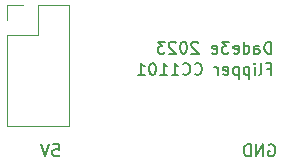
<source format=gbr>
%TF.GenerationSoftware,KiCad,Pcbnew,7.0.2-1.fc38*%
%TF.CreationDate,2023-05-30T17:24:50+02:00*%
%TF.ProjectId,cc1101_pcb,63633131-3031-45f7-9063-622e6b696361,rev?*%
%TF.SameCoordinates,Original*%
%TF.FileFunction,Legend,Bot*%
%TF.FilePolarity,Positive*%
%FSLAX46Y46*%
G04 Gerber Fmt 4.6, Leading zero omitted, Abs format (unit mm)*
G04 Created by KiCad (PCBNEW 7.0.2-1.fc38) date 2023-05-30 17:24:50*
%MOMM*%
%LPD*%
G01*
G04 APERTURE LIST*
%ADD10C,0.150000*%
%ADD11C,0.120000*%
G04 APERTURE END LIST*
D10*
X37685714Y-94677619D02*
X38161904Y-94677619D01*
X38161904Y-94677619D02*
X38209523Y-95153809D01*
X38209523Y-95153809D02*
X38161904Y-95106190D01*
X38161904Y-95106190D02*
X38066666Y-95058571D01*
X38066666Y-95058571D02*
X37828571Y-95058571D01*
X37828571Y-95058571D02*
X37733333Y-95106190D01*
X37733333Y-95106190D02*
X37685714Y-95153809D01*
X37685714Y-95153809D02*
X37638095Y-95249047D01*
X37638095Y-95249047D02*
X37638095Y-95487142D01*
X37638095Y-95487142D02*
X37685714Y-95582380D01*
X37685714Y-95582380D02*
X37733333Y-95630000D01*
X37733333Y-95630000D02*
X37828571Y-95677619D01*
X37828571Y-95677619D02*
X38066666Y-95677619D01*
X38066666Y-95677619D02*
X38161904Y-95630000D01*
X38161904Y-95630000D02*
X38209523Y-95582380D01*
X37352380Y-94677619D02*
X37019047Y-95677619D01*
X37019047Y-95677619D02*
X36685714Y-94677619D01*
X55938095Y-94725238D02*
X56033333Y-94677619D01*
X56033333Y-94677619D02*
X56176190Y-94677619D01*
X56176190Y-94677619D02*
X56319047Y-94725238D01*
X56319047Y-94725238D02*
X56414285Y-94820476D01*
X56414285Y-94820476D02*
X56461904Y-94915714D01*
X56461904Y-94915714D02*
X56509523Y-95106190D01*
X56509523Y-95106190D02*
X56509523Y-95249047D01*
X56509523Y-95249047D02*
X56461904Y-95439523D01*
X56461904Y-95439523D02*
X56414285Y-95534761D01*
X56414285Y-95534761D02*
X56319047Y-95630000D01*
X56319047Y-95630000D02*
X56176190Y-95677619D01*
X56176190Y-95677619D02*
X56080952Y-95677619D01*
X56080952Y-95677619D02*
X55938095Y-95630000D01*
X55938095Y-95630000D02*
X55890476Y-95582380D01*
X55890476Y-95582380D02*
X55890476Y-95249047D01*
X55890476Y-95249047D02*
X56080952Y-95249047D01*
X55461904Y-95677619D02*
X55461904Y-94677619D01*
X55461904Y-94677619D02*
X54890476Y-95677619D01*
X54890476Y-95677619D02*
X54890476Y-94677619D01*
X54414285Y-95677619D02*
X54414285Y-94677619D01*
X54414285Y-94677619D02*
X54176190Y-94677619D01*
X54176190Y-94677619D02*
X54033333Y-94725238D01*
X54033333Y-94725238D02*
X53938095Y-94820476D01*
X53938095Y-94820476D02*
X53890476Y-94915714D01*
X53890476Y-94915714D02*
X53842857Y-95106190D01*
X53842857Y-95106190D02*
X53842857Y-95249047D01*
X53842857Y-95249047D02*
X53890476Y-95439523D01*
X53890476Y-95439523D02*
X53938095Y-95534761D01*
X53938095Y-95534761D02*
X54033333Y-95630000D01*
X54033333Y-95630000D02*
X54176190Y-95677619D01*
X54176190Y-95677619D02*
X54414285Y-95677619D01*
X56161904Y-86977619D02*
X56161904Y-85977619D01*
X56161904Y-85977619D02*
X55923809Y-85977619D01*
X55923809Y-85977619D02*
X55780952Y-86025238D01*
X55780952Y-86025238D02*
X55685714Y-86120476D01*
X55685714Y-86120476D02*
X55638095Y-86215714D01*
X55638095Y-86215714D02*
X55590476Y-86406190D01*
X55590476Y-86406190D02*
X55590476Y-86549047D01*
X55590476Y-86549047D02*
X55638095Y-86739523D01*
X55638095Y-86739523D02*
X55685714Y-86834761D01*
X55685714Y-86834761D02*
X55780952Y-86930000D01*
X55780952Y-86930000D02*
X55923809Y-86977619D01*
X55923809Y-86977619D02*
X56161904Y-86977619D01*
X54733333Y-86977619D02*
X54733333Y-86453809D01*
X54733333Y-86453809D02*
X54780952Y-86358571D01*
X54780952Y-86358571D02*
X54876190Y-86310952D01*
X54876190Y-86310952D02*
X55066666Y-86310952D01*
X55066666Y-86310952D02*
X55161904Y-86358571D01*
X54733333Y-86930000D02*
X54828571Y-86977619D01*
X54828571Y-86977619D02*
X55066666Y-86977619D01*
X55066666Y-86977619D02*
X55161904Y-86930000D01*
X55161904Y-86930000D02*
X55209523Y-86834761D01*
X55209523Y-86834761D02*
X55209523Y-86739523D01*
X55209523Y-86739523D02*
X55161904Y-86644285D01*
X55161904Y-86644285D02*
X55066666Y-86596666D01*
X55066666Y-86596666D02*
X54828571Y-86596666D01*
X54828571Y-86596666D02*
X54733333Y-86549047D01*
X53828571Y-86977619D02*
X53828571Y-85977619D01*
X53828571Y-86930000D02*
X53923809Y-86977619D01*
X53923809Y-86977619D02*
X54114285Y-86977619D01*
X54114285Y-86977619D02*
X54209523Y-86930000D01*
X54209523Y-86930000D02*
X54257142Y-86882380D01*
X54257142Y-86882380D02*
X54304761Y-86787142D01*
X54304761Y-86787142D02*
X54304761Y-86501428D01*
X54304761Y-86501428D02*
X54257142Y-86406190D01*
X54257142Y-86406190D02*
X54209523Y-86358571D01*
X54209523Y-86358571D02*
X54114285Y-86310952D01*
X54114285Y-86310952D02*
X53923809Y-86310952D01*
X53923809Y-86310952D02*
X53828571Y-86358571D01*
X52971428Y-86930000D02*
X53066666Y-86977619D01*
X53066666Y-86977619D02*
X53257142Y-86977619D01*
X53257142Y-86977619D02*
X53352380Y-86930000D01*
X53352380Y-86930000D02*
X53399999Y-86834761D01*
X53399999Y-86834761D02*
X53399999Y-86453809D01*
X53399999Y-86453809D02*
X53352380Y-86358571D01*
X53352380Y-86358571D02*
X53257142Y-86310952D01*
X53257142Y-86310952D02*
X53066666Y-86310952D01*
X53066666Y-86310952D02*
X52971428Y-86358571D01*
X52971428Y-86358571D02*
X52923809Y-86453809D01*
X52923809Y-86453809D02*
X52923809Y-86549047D01*
X52923809Y-86549047D02*
X53399999Y-86644285D01*
X52590475Y-85977619D02*
X51971428Y-85977619D01*
X51971428Y-85977619D02*
X52304761Y-86358571D01*
X52304761Y-86358571D02*
X52161904Y-86358571D01*
X52161904Y-86358571D02*
X52066666Y-86406190D01*
X52066666Y-86406190D02*
X52019047Y-86453809D01*
X52019047Y-86453809D02*
X51971428Y-86549047D01*
X51971428Y-86549047D02*
X51971428Y-86787142D01*
X51971428Y-86787142D02*
X52019047Y-86882380D01*
X52019047Y-86882380D02*
X52066666Y-86930000D01*
X52066666Y-86930000D02*
X52161904Y-86977619D01*
X52161904Y-86977619D02*
X52447618Y-86977619D01*
X52447618Y-86977619D02*
X52542856Y-86930000D01*
X52542856Y-86930000D02*
X52590475Y-86882380D01*
X51161904Y-86930000D02*
X51257142Y-86977619D01*
X51257142Y-86977619D02*
X51447618Y-86977619D01*
X51447618Y-86977619D02*
X51542856Y-86930000D01*
X51542856Y-86930000D02*
X51590475Y-86834761D01*
X51590475Y-86834761D02*
X51590475Y-86453809D01*
X51590475Y-86453809D02*
X51542856Y-86358571D01*
X51542856Y-86358571D02*
X51447618Y-86310952D01*
X51447618Y-86310952D02*
X51257142Y-86310952D01*
X51257142Y-86310952D02*
X51161904Y-86358571D01*
X51161904Y-86358571D02*
X51114285Y-86453809D01*
X51114285Y-86453809D02*
X51114285Y-86549047D01*
X51114285Y-86549047D02*
X51590475Y-86644285D01*
X49971427Y-86072857D02*
X49923808Y-86025238D01*
X49923808Y-86025238D02*
X49828570Y-85977619D01*
X49828570Y-85977619D02*
X49590475Y-85977619D01*
X49590475Y-85977619D02*
X49495237Y-86025238D01*
X49495237Y-86025238D02*
X49447618Y-86072857D01*
X49447618Y-86072857D02*
X49399999Y-86168095D01*
X49399999Y-86168095D02*
X49399999Y-86263333D01*
X49399999Y-86263333D02*
X49447618Y-86406190D01*
X49447618Y-86406190D02*
X50019046Y-86977619D01*
X50019046Y-86977619D02*
X49399999Y-86977619D01*
X48780951Y-85977619D02*
X48685713Y-85977619D01*
X48685713Y-85977619D02*
X48590475Y-86025238D01*
X48590475Y-86025238D02*
X48542856Y-86072857D01*
X48542856Y-86072857D02*
X48495237Y-86168095D01*
X48495237Y-86168095D02*
X48447618Y-86358571D01*
X48447618Y-86358571D02*
X48447618Y-86596666D01*
X48447618Y-86596666D02*
X48495237Y-86787142D01*
X48495237Y-86787142D02*
X48542856Y-86882380D01*
X48542856Y-86882380D02*
X48590475Y-86930000D01*
X48590475Y-86930000D02*
X48685713Y-86977619D01*
X48685713Y-86977619D02*
X48780951Y-86977619D01*
X48780951Y-86977619D02*
X48876189Y-86930000D01*
X48876189Y-86930000D02*
X48923808Y-86882380D01*
X48923808Y-86882380D02*
X48971427Y-86787142D01*
X48971427Y-86787142D02*
X49019046Y-86596666D01*
X49019046Y-86596666D02*
X49019046Y-86358571D01*
X49019046Y-86358571D02*
X48971427Y-86168095D01*
X48971427Y-86168095D02*
X48923808Y-86072857D01*
X48923808Y-86072857D02*
X48876189Y-86025238D01*
X48876189Y-86025238D02*
X48780951Y-85977619D01*
X48066665Y-86072857D02*
X48019046Y-86025238D01*
X48019046Y-86025238D02*
X47923808Y-85977619D01*
X47923808Y-85977619D02*
X47685713Y-85977619D01*
X47685713Y-85977619D02*
X47590475Y-86025238D01*
X47590475Y-86025238D02*
X47542856Y-86072857D01*
X47542856Y-86072857D02*
X47495237Y-86168095D01*
X47495237Y-86168095D02*
X47495237Y-86263333D01*
X47495237Y-86263333D02*
X47542856Y-86406190D01*
X47542856Y-86406190D02*
X48114284Y-86977619D01*
X48114284Y-86977619D02*
X47495237Y-86977619D01*
X47161903Y-85977619D02*
X46542856Y-85977619D01*
X46542856Y-85977619D02*
X46876189Y-86358571D01*
X46876189Y-86358571D02*
X46733332Y-86358571D01*
X46733332Y-86358571D02*
X46638094Y-86406190D01*
X46638094Y-86406190D02*
X46590475Y-86453809D01*
X46590475Y-86453809D02*
X46542856Y-86549047D01*
X46542856Y-86549047D02*
X46542856Y-86787142D01*
X46542856Y-86787142D02*
X46590475Y-86882380D01*
X46590475Y-86882380D02*
X46638094Y-86930000D01*
X46638094Y-86930000D02*
X46733332Y-86977619D01*
X46733332Y-86977619D02*
X47019046Y-86977619D01*
X47019046Y-86977619D02*
X47114284Y-86930000D01*
X47114284Y-86930000D02*
X47161903Y-86882380D01*
X55828571Y-88253809D02*
X56161904Y-88253809D01*
X56161904Y-88777619D02*
X56161904Y-87777619D01*
X56161904Y-87777619D02*
X55685714Y-87777619D01*
X55161904Y-88777619D02*
X55257142Y-88730000D01*
X55257142Y-88730000D02*
X55304761Y-88634761D01*
X55304761Y-88634761D02*
X55304761Y-87777619D01*
X54780951Y-88777619D02*
X54780951Y-88110952D01*
X54780951Y-87777619D02*
X54828570Y-87825238D01*
X54828570Y-87825238D02*
X54780951Y-87872857D01*
X54780951Y-87872857D02*
X54733332Y-87825238D01*
X54733332Y-87825238D02*
X54780951Y-87777619D01*
X54780951Y-87777619D02*
X54780951Y-87872857D01*
X54304761Y-88110952D02*
X54304761Y-89110952D01*
X54304761Y-88158571D02*
X54209523Y-88110952D01*
X54209523Y-88110952D02*
X54019047Y-88110952D01*
X54019047Y-88110952D02*
X53923809Y-88158571D01*
X53923809Y-88158571D02*
X53876190Y-88206190D01*
X53876190Y-88206190D02*
X53828571Y-88301428D01*
X53828571Y-88301428D02*
X53828571Y-88587142D01*
X53828571Y-88587142D02*
X53876190Y-88682380D01*
X53876190Y-88682380D02*
X53923809Y-88730000D01*
X53923809Y-88730000D02*
X54019047Y-88777619D01*
X54019047Y-88777619D02*
X54209523Y-88777619D01*
X54209523Y-88777619D02*
X54304761Y-88730000D01*
X53399999Y-88110952D02*
X53399999Y-89110952D01*
X53399999Y-88158571D02*
X53304761Y-88110952D01*
X53304761Y-88110952D02*
X53114285Y-88110952D01*
X53114285Y-88110952D02*
X53019047Y-88158571D01*
X53019047Y-88158571D02*
X52971428Y-88206190D01*
X52971428Y-88206190D02*
X52923809Y-88301428D01*
X52923809Y-88301428D02*
X52923809Y-88587142D01*
X52923809Y-88587142D02*
X52971428Y-88682380D01*
X52971428Y-88682380D02*
X53019047Y-88730000D01*
X53019047Y-88730000D02*
X53114285Y-88777619D01*
X53114285Y-88777619D02*
X53304761Y-88777619D01*
X53304761Y-88777619D02*
X53399999Y-88730000D01*
X52114285Y-88730000D02*
X52209523Y-88777619D01*
X52209523Y-88777619D02*
X52399999Y-88777619D01*
X52399999Y-88777619D02*
X52495237Y-88730000D01*
X52495237Y-88730000D02*
X52542856Y-88634761D01*
X52542856Y-88634761D02*
X52542856Y-88253809D01*
X52542856Y-88253809D02*
X52495237Y-88158571D01*
X52495237Y-88158571D02*
X52399999Y-88110952D01*
X52399999Y-88110952D02*
X52209523Y-88110952D01*
X52209523Y-88110952D02*
X52114285Y-88158571D01*
X52114285Y-88158571D02*
X52066666Y-88253809D01*
X52066666Y-88253809D02*
X52066666Y-88349047D01*
X52066666Y-88349047D02*
X52542856Y-88444285D01*
X51638094Y-88777619D02*
X51638094Y-88110952D01*
X51638094Y-88301428D02*
X51590475Y-88206190D01*
X51590475Y-88206190D02*
X51542856Y-88158571D01*
X51542856Y-88158571D02*
X51447618Y-88110952D01*
X51447618Y-88110952D02*
X51352380Y-88110952D01*
X49685713Y-88682380D02*
X49733332Y-88730000D01*
X49733332Y-88730000D02*
X49876189Y-88777619D01*
X49876189Y-88777619D02*
X49971427Y-88777619D01*
X49971427Y-88777619D02*
X50114284Y-88730000D01*
X50114284Y-88730000D02*
X50209522Y-88634761D01*
X50209522Y-88634761D02*
X50257141Y-88539523D01*
X50257141Y-88539523D02*
X50304760Y-88349047D01*
X50304760Y-88349047D02*
X50304760Y-88206190D01*
X50304760Y-88206190D02*
X50257141Y-88015714D01*
X50257141Y-88015714D02*
X50209522Y-87920476D01*
X50209522Y-87920476D02*
X50114284Y-87825238D01*
X50114284Y-87825238D02*
X49971427Y-87777619D01*
X49971427Y-87777619D02*
X49876189Y-87777619D01*
X49876189Y-87777619D02*
X49733332Y-87825238D01*
X49733332Y-87825238D02*
X49685713Y-87872857D01*
X48685713Y-88682380D02*
X48733332Y-88730000D01*
X48733332Y-88730000D02*
X48876189Y-88777619D01*
X48876189Y-88777619D02*
X48971427Y-88777619D01*
X48971427Y-88777619D02*
X49114284Y-88730000D01*
X49114284Y-88730000D02*
X49209522Y-88634761D01*
X49209522Y-88634761D02*
X49257141Y-88539523D01*
X49257141Y-88539523D02*
X49304760Y-88349047D01*
X49304760Y-88349047D02*
X49304760Y-88206190D01*
X49304760Y-88206190D02*
X49257141Y-88015714D01*
X49257141Y-88015714D02*
X49209522Y-87920476D01*
X49209522Y-87920476D02*
X49114284Y-87825238D01*
X49114284Y-87825238D02*
X48971427Y-87777619D01*
X48971427Y-87777619D02*
X48876189Y-87777619D01*
X48876189Y-87777619D02*
X48733332Y-87825238D01*
X48733332Y-87825238D02*
X48685713Y-87872857D01*
X47733332Y-88777619D02*
X48304760Y-88777619D01*
X48019046Y-88777619D02*
X48019046Y-87777619D01*
X48019046Y-87777619D02*
X48114284Y-87920476D01*
X48114284Y-87920476D02*
X48209522Y-88015714D01*
X48209522Y-88015714D02*
X48304760Y-88063333D01*
X46780951Y-88777619D02*
X47352379Y-88777619D01*
X47066665Y-88777619D02*
X47066665Y-87777619D01*
X47066665Y-87777619D02*
X47161903Y-87920476D01*
X47161903Y-87920476D02*
X47257141Y-88015714D01*
X47257141Y-88015714D02*
X47352379Y-88063333D01*
X46161903Y-87777619D02*
X46066665Y-87777619D01*
X46066665Y-87777619D02*
X45971427Y-87825238D01*
X45971427Y-87825238D02*
X45923808Y-87872857D01*
X45923808Y-87872857D02*
X45876189Y-87968095D01*
X45876189Y-87968095D02*
X45828570Y-88158571D01*
X45828570Y-88158571D02*
X45828570Y-88396666D01*
X45828570Y-88396666D02*
X45876189Y-88587142D01*
X45876189Y-88587142D02*
X45923808Y-88682380D01*
X45923808Y-88682380D02*
X45971427Y-88730000D01*
X45971427Y-88730000D02*
X46066665Y-88777619D01*
X46066665Y-88777619D02*
X46161903Y-88777619D01*
X46161903Y-88777619D02*
X46257141Y-88730000D01*
X46257141Y-88730000D02*
X46304760Y-88682380D01*
X46304760Y-88682380D02*
X46352379Y-88587142D01*
X46352379Y-88587142D02*
X46399998Y-88396666D01*
X46399998Y-88396666D02*
X46399998Y-88158571D01*
X46399998Y-88158571D02*
X46352379Y-87968095D01*
X46352379Y-87968095D02*
X46304760Y-87872857D01*
X46304760Y-87872857D02*
X46257141Y-87825238D01*
X46257141Y-87825238D02*
X46161903Y-87777619D01*
X44876189Y-88777619D02*
X45447617Y-88777619D01*
X45161903Y-88777619D02*
X45161903Y-87777619D01*
X45161903Y-87777619D02*
X45257141Y-87920476D01*
X45257141Y-87920476D02*
X45352379Y-88015714D01*
X45352379Y-88015714D02*
X45447617Y-88063333D01*
D11*
%TO.C,J3*%
X39030000Y-93130000D02*
X33830000Y-93130000D01*
X39030000Y-82850000D02*
X39030000Y-93130000D01*
X39030000Y-82850000D02*
X36430000Y-82850000D01*
X36430000Y-85450000D02*
X33830000Y-85450000D01*
X36430000Y-82850000D02*
X36430000Y-85450000D01*
X35160000Y-82850000D02*
X33830000Y-82850000D01*
X33830000Y-85450000D02*
X33830000Y-93130000D01*
X33830000Y-82850000D02*
X33830000Y-84180000D01*
%TD*%
M02*

</source>
